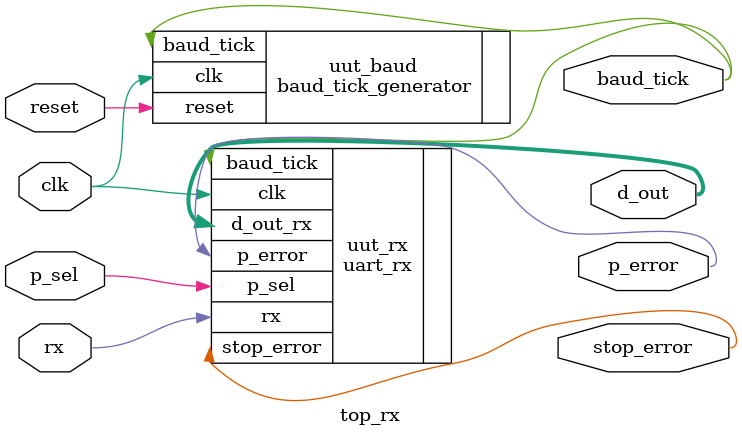
<source format=v>
 module top_rx(

 	input 			clk		, 
	input			reset		,
 	input 			rx		,
	input			p_sel		,
 	output 			baud_tick	, 
 	output  		p_error		,
 	output 		[7:0] 	d_out		,
 	output  		stop_error 	
);


uart_rx uut_rx(		
			.clk	 	(clk		), 
                        .baud_tick      (baud_tick 	),
                        .rx	        (rx	   	),
			.p_sel		(p_sel	        ),
                        .p_error        (p_error   	),	  
                        .d_out_rx       (d_out	   	),
			.stop_error     (stop_error	)
		);

baud_tick_generator uut_baud(

			.clk	 	(clk	   ), 
                        .reset	        (reset	   ),
                        .baud_tick      (baud_tick )
		);
		
endmodule


</source>
